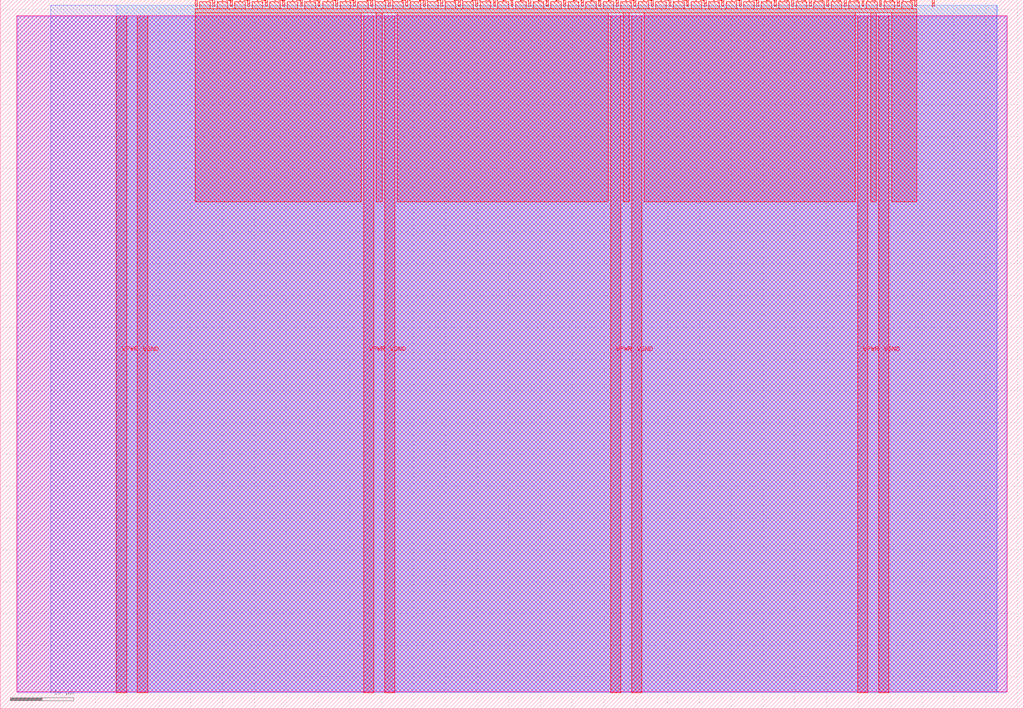
<source format=lef>
VERSION 5.7 ;
  NOWIREEXTENSIONATPIN ON ;
  DIVIDERCHAR "/" ;
  BUSBITCHARS "[]" ;
MACRO tt_um_quick_cpu
  CLASS BLOCK ;
  FOREIGN tt_um_quick_cpu ;
  ORIGIN 0.000 0.000 ;
  SIZE 161.000 BY 111.520 ;
  PIN VGND
    DIRECTION INOUT ;
    USE GROUND ;
    PORT
      LAYER met4 ;
        RECT 21.580 2.480 23.180 109.040 ;
    END
    PORT
      LAYER met4 ;
        RECT 60.450 2.480 62.050 109.040 ;
    END
    PORT
      LAYER met4 ;
        RECT 99.320 2.480 100.920 109.040 ;
    END
    PORT
      LAYER met4 ;
        RECT 138.190 2.480 139.790 109.040 ;
    END
  END VGND
  PIN VPWR
    DIRECTION INOUT ;
    USE POWER ;
    PORT
      LAYER met4 ;
        RECT 18.280 2.480 19.880 109.040 ;
    END
    PORT
      LAYER met4 ;
        RECT 57.150 2.480 58.750 109.040 ;
    END
    PORT
      LAYER met4 ;
        RECT 96.020 2.480 97.620 109.040 ;
    END
    PORT
      LAYER met4 ;
        RECT 134.890 2.480 136.490 109.040 ;
    END
  END VPWR
  PIN clk
    DIRECTION INPUT ;
    USE SIGNAL ;
    ANTENNAGATEAREA 0.852000 ;
    PORT
      LAYER met4 ;
        RECT 143.830 110.520 144.130 111.520 ;
    END
  END clk
  PIN ena
    DIRECTION INPUT ;
    USE SIGNAL ;
    PORT
      LAYER met4 ;
        RECT 146.590 110.520 146.890 111.520 ;
    END
  END ena
  PIN rst_n
    DIRECTION INPUT ;
    USE SIGNAL ;
    ANTENNAGATEAREA 0.196500 ;
    PORT
      LAYER met4 ;
        RECT 141.070 110.520 141.370 111.520 ;
    END
  END rst_n
  PIN ui_in[0]
    DIRECTION INPUT ;
    USE SIGNAL ;
    ANTENNAGATEAREA 0.196500 ;
    PORT
      LAYER met4 ;
        RECT 138.310 110.520 138.610 111.520 ;
    END
  END ui_in[0]
  PIN ui_in[1]
    DIRECTION INPUT ;
    USE SIGNAL ;
    ANTENNAGATEAREA 0.196500 ;
    PORT
      LAYER met4 ;
        RECT 135.550 110.520 135.850 111.520 ;
    END
  END ui_in[1]
  PIN ui_in[2]
    DIRECTION INPUT ;
    USE SIGNAL ;
    ANTENNAGATEAREA 0.196500 ;
    PORT
      LAYER met4 ;
        RECT 132.790 110.520 133.090 111.520 ;
    END
  END ui_in[2]
  PIN ui_in[3]
    DIRECTION INPUT ;
    USE SIGNAL ;
    ANTENNAGATEAREA 0.196500 ;
    PORT
      LAYER met4 ;
        RECT 130.030 110.520 130.330 111.520 ;
    END
  END ui_in[3]
  PIN ui_in[4]
    DIRECTION INPUT ;
    USE SIGNAL ;
    ANTENNAGATEAREA 0.213000 ;
    PORT
      LAYER met4 ;
        RECT 127.270 110.520 127.570 111.520 ;
    END
  END ui_in[4]
  PIN ui_in[5]
    DIRECTION INPUT ;
    USE SIGNAL ;
    ANTENNAGATEAREA 0.213000 ;
    PORT
      LAYER met4 ;
        RECT 124.510 110.520 124.810 111.520 ;
    END
  END ui_in[5]
  PIN ui_in[6]
    DIRECTION INPUT ;
    USE SIGNAL ;
    ANTENNAGATEAREA 0.126000 ;
    PORT
      LAYER met4 ;
        RECT 121.750 110.520 122.050 111.520 ;
    END
  END ui_in[6]
  PIN ui_in[7]
    DIRECTION INPUT ;
    USE SIGNAL ;
    ANTENNAGATEAREA 0.126000 ;
    PORT
      LAYER met4 ;
        RECT 118.990 110.520 119.290 111.520 ;
    END
  END ui_in[7]
  PIN uio_in[0]
    DIRECTION INPUT ;
    USE SIGNAL ;
    PORT
      LAYER met4 ;
        RECT 116.230 110.520 116.530 111.520 ;
    END
  END uio_in[0]
  PIN uio_in[1]
    DIRECTION INPUT ;
    USE SIGNAL ;
    PORT
      LAYER met4 ;
        RECT 113.470 110.520 113.770 111.520 ;
    END
  END uio_in[1]
  PIN uio_in[2]
    DIRECTION INPUT ;
    USE SIGNAL ;
    PORT
      LAYER met4 ;
        RECT 110.710 110.520 111.010 111.520 ;
    END
  END uio_in[2]
  PIN uio_in[3]
    DIRECTION INPUT ;
    USE SIGNAL ;
    PORT
      LAYER met4 ;
        RECT 107.950 110.520 108.250 111.520 ;
    END
  END uio_in[3]
  PIN uio_in[4]
    DIRECTION INPUT ;
    USE SIGNAL ;
    PORT
      LAYER met4 ;
        RECT 105.190 110.520 105.490 111.520 ;
    END
  END uio_in[4]
  PIN uio_in[5]
    DIRECTION INPUT ;
    USE SIGNAL ;
    PORT
      LAYER met4 ;
        RECT 102.430 110.520 102.730 111.520 ;
    END
  END uio_in[5]
  PIN uio_in[6]
    DIRECTION INPUT ;
    USE SIGNAL ;
    PORT
      LAYER met4 ;
        RECT 99.670 110.520 99.970 111.520 ;
    END
  END uio_in[6]
  PIN uio_in[7]
    DIRECTION INPUT ;
    USE SIGNAL ;
    PORT
      LAYER met4 ;
        RECT 96.910 110.520 97.210 111.520 ;
    END
  END uio_in[7]
  PIN uio_oe[0]
    DIRECTION OUTPUT ;
    USE SIGNAL ;
    PORT
      LAYER met4 ;
        RECT 49.990 110.520 50.290 111.520 ;
    END
  END uio_oe[0]
  PIN uio_oe[1]
    DIRECTION OUTPUT ;
    USE SIGNAL ;
    PORT
      LAYER met4 ;
        RECT 47.230 110.520 47.530 111.520 ;
    END
  END uio_oe[1]
  PIN uio_oe[2]
    DIRECTION OUTPUT ;
    USE SIGNAL ;
    PORT
      LAYER met4 ;
        RECT 44.470 110.520 44.770 111.520 ;
    END
  END uio_oe[2]
  PIN uio_oe[3]
    DIRECTION OUTPUT ;
    USE SIGNAL ;
    PORT
      LAYER met4 ;
        RECT 41.710 110.520 42.010 111.520 ;
    END
  END uio_oe[3]
  PIN uio_oe[4]
    DIRECTION OUTPUT ;
    USE SIGNAL ;
    PORT
      LAYER met4 ;
        RECT 38.950 110.520 39.250 111.520 ;
    END
  END uio_oe[4]
  PIN uio_oe[5]
    DIRECTION OUTPUT ;
    USE SIGNAL ;
    PORT
      LAYER met4 ;
        RECT 36.190 110.520 36.490 111.520 ;
    END
  END uio_oe[5]
  PIN uio_oe[6]
    DIRECTION OUTPUT ;
    USE SIGNAL ;
    PORT
      LAYER met4 ;
        RECT 33.430 110.520 33.730 111.520 ;
    END
  END uio_oe[6]
  PIN uio_oe[7]
    DIRECTION OUTPUT ;
    USE SIGNAL ;
    PORT
      LAYER met4 ;
        RECT 30.670 110.520 30.970 111.520 ;
    END
  END uio_oe[7]
  PIN uio_out[0]
    DIRECTION OUTPUT ;
    USE SIGNAL ;
    ANTENNADIFFAREA 0.445500 ;
    PORT
      LAYER met4 ;
        RECT 72.070 110.520 72.370 111.520 ;
    END
  END uio_out[0]
  PIN uio_out[1]
    DIRECTION OUTPUT ;
    USE SIGNAL ;
    ANTENNADIFFAREA 0.445500 ;
    PORT
      LAYER met4 ;
        RECT 69.310 110.520 69.610 111.520 ;
    END
  END uio_out[1]
  PIN uio_out[2]
    DIRECTION OUTPUT ;
    USE SIGNAL ;
    PORT
      LAYER met4 ;
        RECT 66.550 110.520 66.850 111.520 ;
    END
  END uio_out[2]
  PIN uio_out[3]
    DIRECTION OUTPUT ;
    USE SIGNAL ;
    PORT
      LAYER met4 ;
        RECT 63.790 110.520 64.090 111.520 ;
    END
  END uio_out[3]
  PIN uio_out[4]
    DIRECTION OUTPUT ;
    USE SIGNAL ;
    PORT
      LAYER met4 ;
        RECT 61.030 110.520 61.330 111.520 ;
    END
  END uio_out[4]
  PIN uio_out[5]
    DIRECTION OUTPUT ;
    USE SIGNAL ;
    PORT
      LAYER met4 ;
        RECT 58.270 110.520 58.570 111.520 ;
    END
  END uio_out[5]
  PIN uio_out[6]
    DIRECTION OUTPUT ;
    USE SIGNAL ;
    PORT
      LAYER met4 ;
        RECT 55.510 110.520 55.810 111.520 ;
    END
  END uio_out[6]
  PIN uio_out[7]
    DIRECTION OUTPUT ;
    USE SIGNAL ;
    PORT
      LAYER met4 ;
        RECT 52.750 110.520 53.050 111.520 ;
    END
  END uio_out[7]
  PIN uo_out[0]
    DIRECTION OUTPUT ;
    USE SIGNAL ;
    ANTENNADIFFAREA 0.891000 ;
    PORT
      LAYER met4 ;
        RECT 94.150 110.520 94.450 111.520 ;
    END
  END uo_out[0]
  PIN uo_out[1]
    DIRECTION OUTPUT ;
    USE SIGNAL ;
    ANTENNADIFFAREA 0.891000 ;
    PORT
      LAYER met4 ;
        RECT 91.390 110.520 91.690 111.520 ;
    END
  END uo_out[1]
  PIN uo_out[2]
    DIRECTION OUTPUT ;
    USE SIGNAL ;
    ANTENNADIFFAREA 0.891000 ;
    PORT
      LAYER met4 ;
        RECT 88.630 110.520 88.930 111.520 ;
    END
  END uo_out[2]
  PIN uo_out[3]
    DIRECTION OUTPUT ;
    USE SIGNAL ;
    ANTENNADIFFAREA 0.891000 ;
    PORT
      LAYER met4 ;
        RECT 85.870 110.520 86.170 111.520 ;
    END
  END uo_out[3]
  PIN uo_out[4]
    DIRECTION OUTPUT ;
    USE SIGNAL ;
    ANTENNADIFFAREA 0.891000 ;
    PORT
      LAYER met4 ;
        RECT 83.110 110.520 83.410 111.520 ;
    END
  END uo_out[4]
  PIN uo_out[5]
    DIRECTION OUTPUT ;
    USE SIGNAL ;
    ANTENNADIFFAREA 0.891000 ;
    PORT
      LAYER met4 ;
        RECT 80.350 110.520 80.650 111.520 ;
    END
  END uo_out[5]
  PIN uo_out[6]
    DIRECTION OUTPUT ;
    USE SIGNAL ;
    ANTENNADIFFAREA 0.891000 ;
    PORT
      LAYER met4 ;
        RECT 77.590 110.520 77.890 111.520 ;
    END
  END uo_out[6]
  PIN uo_out[7]
    DIRECTION OUTPUT ;
    USE SIGNAL ;
    ANTENNADIFFAREA 0.891000 ;
    PORT
      LAYER met4 ;
        RECT 74.830 110.520 75.130 111.520 ;
    END
  END uo_out[7]
  OBS
      LAYER nwell ;
        RECT 2.570 2.635 158.430 108.990 ;
      LAYER li1 ;
        RECT 2.760 2.635 158.240 108.885 ;
      LAYER met1 ;
        RECT 2.760 2.480 158.240 109.040 ;
      LAYER met2 ;
        RECT 7.920 2.535 156.770 110.685 ;
      LAYER met3 ;
        RECT 18.290 2.555 156.795 110.665 ;
      LAYER met4 ;
        RECT 31.370 110.120 33.030 111.170 ;
        RECT 34.130 110.120 35.790 111.170 ;
        RECT 36.890 110.120 38.550 111.170 ;
        RECT 39.650 110.120 41.310 111.170 ;
        RECT 42.410 110.120 44.070 111.170 ;
        RECT 45.170 110.120 46.830 111.170 ;
        RECT 47.930 110.120 49.590 111.170 ;
        RECT 50.690 110.120 52.350 111.170 ;
        RECT 53.450 110.120 55.110 111.170 ;
        RECT 56.210 110.120 57.870 111.170 ;
        RECT 58.970 110.120 60.630 111.170 ;
        RECT 61.730 110.120 63.390 111.170 ;
        RECT 64.490 110.120 66.150 111.170 ;
        RECT 67.250 110.120 68.910 111.170 ;
        RECT 70.010 110.120 71.670 111.170 ;
        RECT 72.770 110.120 74.430 111.170 ;
        RECT 75.530 110.120 77.190 111.170 ;
        RECT 78.290 110.120 79.950 111.170 ;
        RECT 81.050 110.120 82.710 111.170 ;
        RECT 83.810 110.120 85.470 111.170 ;
        RECT 86.570 110.120 88.230 111.170 ;
        RECT 89.330 110.120 90.990 111.170 ;
        RECT 92.090 110.120 93.750 111.170 ;
        RECT 94.850 110.120 96.510 111.170 ;
        RECT 97.610 110.120 99.270 111.170 ;
        RECT 100.370 110.120 102.030 111.170 ;
        RECT 103.130 110.120 104.790 111.170 ;
        RECT 105.890 110.120 107.550 111.170 ;
        RECT 108.650 110.120 110.310 111.170 ;
        RECT 111.410 110.120 113.070 111.170 ;
        RECT 114.170 110.120 115.830 111.170 ;
        RECT 116.930 110.120 118.590 111.170 ;
        RECT 119.690 110.120 121.350 111.170 ;
        RECT 122.450 110.120 124.110 111.170 ;
        RECT 125.210 110.120 126.870 111.170 ;
        RECT 127.970 110.120 129.630 111.170 ;
        RECT 130.730 110.120 132.390 111.170 ;
        RECT 133.490 110.120 135.150 111.170 ;
        RECT 136.250 110.120 137.910 111.170 ;
        RECT 139.010 110.120 140.670 111.170 ;
        RECT 141.770 110.120 143.430 111.170 ;
        RECT 30.655 109.440 144.145 110.120 ;
        RECT 30.655 79.735 56.750 109.440 ;
        RECT 59.150 79.735 60.050 109.440 ;
        RECT 62.450 79.735 95.620 109.440 ;
        RECT 98.020 79.735 98.920 109.440 ;
        RECT 101.320 79.735 134.490 109.440 ;
        RECT 136.890 79.735 137.790 109.440 ;
        RECT 140.190 79.735 144.145 109.440 ;
  END
END tt_um_quick_cpu
END LIBRARY


</source>
